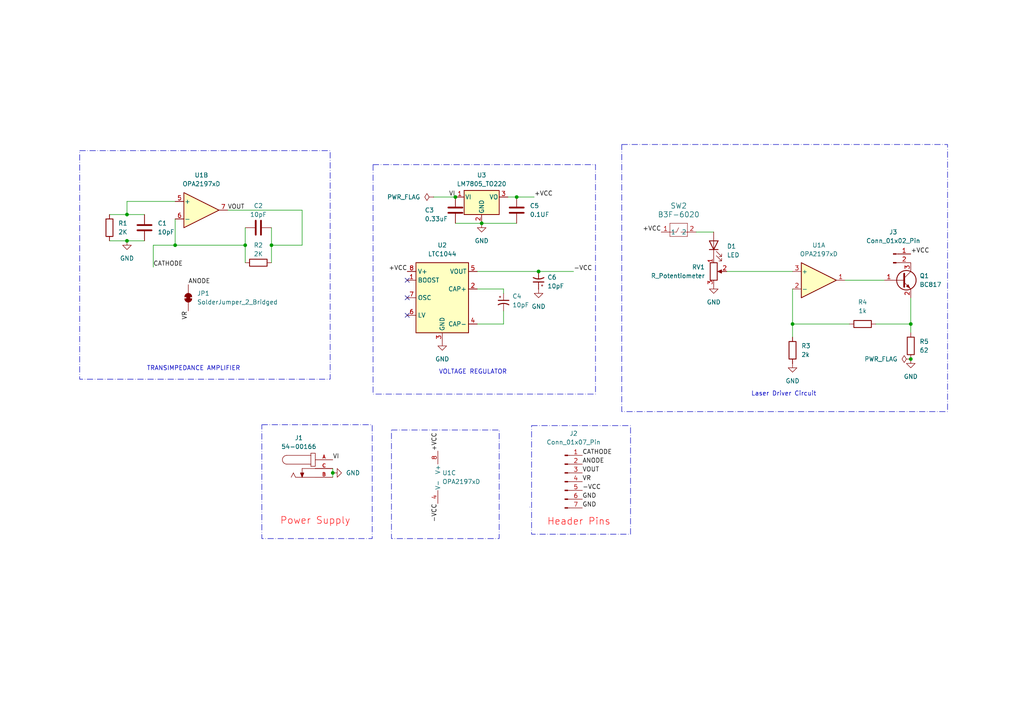
<source format=kicad_sch>
(kicad_sch (version 20250114) (generator "eeschema") (generator_version "9.0")
  (paper "A4")
  (title_block (title "Combined LASER driver and TIA circuit") (date "2025-10-28") (rev "1") (company "CQuICC, IIT Madras") (comment 1 "Designed by Megha and Rizo"))
  (lib_symbols
    (symbol "54-00166:54-00166" (pin_names (offset 1.016))
      (property "Reference" "J" (at -7.62 5.08 0))
      (property "Value" "54-00166" (at -7.62 -5.08 0))
      (symbol "54-00166_0_0"
        (polyline (pts (xy -8.255 3.81) (xy -1.27 3.81)) (stroke (width 0.1524)))
        (arc (start -8.255 1.27) (mid -9.5194 2.54) (end -8.255 3.81) (stroke (width 0.1524)))
        (polyline (pts (xy -6.35 -1.27) (xy -6.985 -2.54)) (stroke (width 0.1524)))
        (polyline (pts (xy -5.715 -2.54) (xy -6.35 -1.27)) (stroke (width 0.1524)))
        (polyline (pts (xy -3.81 0) (xy -3.81 -2.54)) (stroke (width 0.1524)))
        (polyline (pts (xy -3.81 -2.54) (xy -4.318 -1.27) (xy -3.302 -1.27) (xy -3.81 -2.54)) (stroke (width 0.1524)) (fill (type outline)))
        (polyline (pts (xy -1.27 4.445) (xy -1.27 3.81)) (stroke (width 0.1524)))
        (polyline (pts (xy -1.27 3.81) (xy -1.27 1.27)) (stroke (width 0.1524)))
        (polyline (pts (xy -1.27 1.27) (xy -8.255 1.27)) (stroke (width 0.1524)))
        (polyline (pts (xy -1.27 1.27) (xy -1.27 0.635)) (stroke (width 0.1524)))
        (polyline (pts (xy -1.27 0.635) (xy 0 0.635)) (stroke (width 0.1524)))
        (polyline (pts (xy 0 4.445) (xy -1.27 4.445)) (stroke (width 0.1524)))
        (polyline (pts (xy 0 0.635) (xy 0 4.445)) (stroke (width 0.1524)))
        (polyline (pts (xy 0 0) (xy -3.81 0)) (stroke (width 0.1524)))
        (polyline (pts (xy 0 -2.54) (xy -5.715 -2.54)) (stroke (width 0.1524)))
        (pin passive line (at 5.08 2.54 180) (length 5.08) (name "~") (number "A"))
        (pin passive line (at 5.08 0 180) (length 5.08) (name "~") (number "C"))
        (pin passive line (at 5.08 -2.54 180) (length 5.08) (name "~") (number "B"))
      )
    )
    (symbol "Amplifier_Operational:OPA2197xD" (pin_names (offset 0.127))
      (property "Reference" "U" (at 2.54 6.35 0))
      (property "Value" "OPA2197xD" (at 2.54 3.81 0))
      (symbol "OPA2197xD_1_1"
        (polyline (pts (xy 5.08 0) (xy -5.08 5.08) (xy -5.08 -5.08) (xy 5.08 0)) (stroke (width 0.254)) (fill (type background)))
        (pin input line (at -7.62 2.54 0) (length 2.54) (name "+") (number "3"))
        (pin input line (at -7.62 -2.54 0) (length 2.54) (name "-") (number "2"))
        (pin output line (at 7.62 0 180) (length 2.54) (name "~") (number "1"))
      )
      (symbol "OPA2197xD_2_1"
        (polyline (pts (xy 5.08 0) (xy -5.08 5.08) (xy -5.08 -5.08) (xy 5.08 0)) (stroke (width 0.254)) (fill (type background)))
        (pin input line (at -7.62 2.54 0) (length 2.54) (name "+") (number "5"))
        (pin input line (at -7.62 -2.54 0) (length 2.54) (name "-") (number "6"))
        (pin output line (at 7.62 0 180) (length 2.54) (name "~") (number "7"))
      )
      (symbol "OPA2197xD_3_1"
        (pin power_in line (at 0 7.62 270) (length 3.81) (name "V+") (number "8"))
        (pin power_in line (at 0 -7.62 90) (length 3.81) (name "V-") (number "4"))
      )
    )
    (symbol "B3F-6020_1" (pin_names (offset 0.254))
      (property "Reference" "SW2" (at 10.16 11.43 0))
      (property "Value" "B3F-6020" (at 10.16 8.89 0))
      (symbol "B3F-6020_1_0_1"
        (polyline (pts (xy 7.62 6.35) (xy 7.62 2.54)) (stroke (width 0.127)))
        (polyline (pts (xy 7.62 2.54) (xy 12.7 2.54)) (stroke (width 0.127)))
        (polyline (pts (xy 9.525 3.81) (xy 7.62 3.81)) (stroke (width 0.127)))
        (polyline (pts (xy 9.525 3.81) (xy 10.16 5.08)) (stroke (width 0.127)))
        (polyline (pts (xy 10.795 3.81) (xy 12.7 3.81)) (stroke (width 0.127)))
        (polyline (pts (xy 12.7 6.35) (xy 7.62 6.35)) (stroke (width 0.127)))
        (polyline (pts (xy 12.7 2.54) (xy 12.7 6.35)) (stroke (width 0.127)))
      )
      (symbol "B3F-6020_1_1_1"
        (pin passive line (at 5.08 3.81 0) (length 2.54) (name "1") (number "1"))
        (pin passive line (at 15.24 3.81 180) (length 2.54) (name "2") (number "2"))
      )
    )
    (symbol "Connector:Conn_01x02_Pin" (pin_names (offset 1.016) (hide yes))
      (property "Reference" "J" (at 0 2.54 0))
      (property "Value" "Conn_01x02_Pin" (at 0 -5.08 0))
      (symbol "Conn_01x02_Pin_1_1"
        (rectangle (start 0.8636 0.127) (end 0 -0.127) (stroke (width 0.1524)) (fill (type outline)))
        (rectangle (start 0.8636 -2.413) (end 0 -2.667) (stroke (width 0.1524)) (fill (type outline)))
        (polyline (pts (xy 1.27 0) (xy 0.8636 0)) (stroke (width 0.1524)))
        (polyline (pts (xy 1.27 -2.54) (xy 0.8636 -2.54)) (stroke (width 0.1524)))
        (pin passive line (at 5.08 0 180) (length 3.81) (name "Pin_1") (number "1"))
        (pin passive line (at 5.08 -2.54 180) (length 3.81) (name "Pin_2") (number "2"))
      )
    )
    (symbol "Connector:Conn_01x07_Pin" (pin_names (offset 1.016) (hide yes))
      (property "Reference" "J" (at 0 10.16 0))
      (property "Value" "Conn_01x07_Pin" (at 0 -10.16 0))
      (symbol "Conn_01x07_Pin_1_1"
        (rectangle (start 0.8636 7.747) (end 0 7.493) (stroke (width 0.1524)) (fill (type outline)))
        (rectangle (start 0.8636 5.207) (end 0 4.953) (stroke (width 0.1524)) (fill (type outline)))
        (rectangle (start 0.8636 2.667) (end 0 2.413) (stroke (width 0.1524)) (fill (type outline)))
        (rectangle (start 0.8636 0.127) (end 0 -0.127) (stroke (width 0.1524)) (fill (type outline)))
        (rectangle (start 0.8636 -2.413) (end 0 -2.667) (stroke (width 0.1524)) (fill (type outline)))
        (rectangle (start 0.8636 -4.953) (end 0 -5.207) (stroke (width 0.1524)) (fill (type outline)))
        (rectangle (start 0.8636 -7.493) (end 0 -7.747) (stroke (width 0.1524)) (fill (type outline)))
        (polyline (pts (xy 1.27 7.62) (xy 0.8636 7.62)) (stroke (width 0.1524)))
        (polyline (pts (xy 1.27 5.08) (xy 0.8636 5.08)) (stroke (width 0.1524)))
        (polyline (pts (xy 1.27 2.54) (xy 0.8636 2.54)) (stroke (width 0.1524)))
        (polyline (pts (xy 1.27 0) (xy 0.8636 0)) (stroke (width 0.1524)))
        (polyline (pts (xy 1.27 -2.54) (xy 0.8636 -2.54)) (stroke (width 0.1524)))
        (polyline (pts (xy 1.27 -5.08) (xy 0.8636 -5.08)) (stroke (width 0.1524)))
        (polyline (pts (xy 1.27 -7.62) (xy 0.8636 -7.62)) (stroke (width 0.1524)))
        (pin passive line (at 5.08 7.62 180) (length 3.81) (name "Pin_1") (number "1"))
        (pin passive line (at 5.08 5.08 180) (length 3.81) (name "Pin_2") (number "2"))
        (pin passive line (at 5.08 2.54 180) (length 3.81) (name "Pin_3") (number "3"))
        (pin passive line (at 5.08 0 180) (length 3.81) (name "Pin_4") (number "4"))
        (pin passive line (at 5.08 -2.54 180) (length 3.81) (name "Pin_5") (number "5"))
        (pin passive line (at 5.08 -5.08 180) (length 3.81) (name "Pin_6") (number "6"))
        (pin passive line (at 5.08 -7.62 180) (length 3.81) (name "Pin_7") (number "7"))
      )
    )
    (symbol "Device:C" (pin_numbers (hide yes)) (pin_names (offset 0.254))
      (property "Reference" "C" (at 0.635 2.54 0))
      (property "Value" "C" (at 0.635 -2.54 0))
      (symbol "C_0_1"
        (polyline (pts (xy -2.032 0.762) (xy 2.032 0.762)) (stroke (width 0.508)))
        (polyline (pts (xy -2.032 -0.762) (xy 2.032 -0.762)) (stroke (width 0.508)))
      )
      (symbol "C_1_1"
        (pin passive line (at 0 3.81 270) (length 2.794) (name "~") (number "1"))
        (pin passive line (at 0 -3.81 90) (length 2.794) (name "~") (number "2"))
      )
    )
    (symbol "Device:C_Polarized_Small_US" (pin_numbers (hide yes)) (pin_names (offset 0.254) (hide yes))
      (property "Reference" "C" (at 0.254 1.778 0))
      (property "Value" "C_Polarized_Small_US" (at 0.254 -2.032 0))
      (symbol "C_Polarized_Small_US_0_1"
        (polyline (pts (xy -1.524 0.508) (xy 1.524 0.508)) (stroke (width 0.3048)))
        (polyline (pts (xy -1.27 1.524) (xy -0.762 1.524)))
        (polyline (pts (xy -1.016 1.27) (xy -1.016 1.778)))
        (arc (start -1.524 -0.762) (mid 0 -0.3734) (end 1.524 -0.762) (stroke (width 0.3048)))
      )
      (symbol "C_Polarized_Small_US_1_1"
        (pin passive line (at 0 2.54 270) (length 2.032) (name "~") (number "1"))
        (pin passive line (at 0 -2.54 90) (length 2.032) (name "~") (number "2"))
      )
    )
    (symbol "Device:LED" (pin_numbers (hide yes)) (pin_names (offset 1.016) (hide yes))
      (property "Reference" "D" (at 0 2.54 0))
      (property "Value" "LED" (at 0 -2.54 0))
      (symbol "LED_0_1"
        (polyline (pts (xy -3.048 -0.762) (xy -4.572 -2.286) (xy -3.81 -2.286) (xy -4.572 -2.286) (xy -4.572 -1.524)))
        (polyline (pts (xy -1.778 -0.762) (xy -3.302 -2.286) (xy -2.54 -2.286) (xy -3.302 -2.286) (xy -3.302 -1.524)))
        (polyline (pts (xy -1.27 0) (xy 1.27 0)))
        (polyline (pts (xy -1.27 -1.27) (xy -1.27 1.27)) (stroke (width 0.254)))
        (polyline (pts (xy 1.27 -1.27) (xy 1.27 1.27) (xy -1.27 0) (xy 1.27 -1.27)) (stroke (width 0.254)))
      )
      (symbol "LED_1_1"
        (pin passive line (at -3.81 0 0) (length 2.54) (name "K") (number "1"))
        (pin passive line (at 3.81 0 180) (length 2.54) (name "A") (number "2"))
      )
    )
    (symbol "Device:R" (pin_numbers (hide yes)) (pin_names (offset 0))
      (property "Reference" "R" (at 2.032 0 90))
      (property "Value" "R" (at 0 0 90))
      (symbol "R_0_1"
        (rectangle (start -1.016 -2.54) (end 1.016 2.54) (stroke (width 0.254)))
      )
      (symbol "R_1_1"
        (pin passive line (at 0 3.81 270) (length 1.27) (name "~") (number "1"))
        (pin passive line (at 0 -3.81 90) (length 1.27) (name "~") (number "2"))
      )
    )
    (symbol "Device:R_Potentiometer" (pin_names (offset 1.016) (hide yes))
      (property "Reference" "RV" (at -4.445 0 90))
      (property "Value" "R_Potentiometer" (at -2.54 0 90))
      (symbol "R_Potentiometer_0_1"
        (rectangle (start 1.016 2.54) (end -1.016 -2.54) (stroke (width 0.254)))
        (polyline (pts (xy 1.143 0) (xy 2.286 0.508) (xy 2.286 -0.508) (xy 1.143 0)) (fill (type outline)))
        (polyline (pts (xy 2.54 0) (xy 1.524 0)))
      )
      (symbol "R_Potentiometer_1_1"
        (pin passive line (at 0 3.81 270) (length 1.27) (name "1") (number "1"))
        (pin passive line (at 0 -3.81 90) (length 1.27) (name "3") (number "3"))
        (pin passive line (at 3.81 0 180) (length 1.27) (name "2") (number "2"))
      )
    )
    (symbol "Jumper:SolderJumper_2_Bridged" (pin_numbers (hide yes)) (pin_names (offset 0) (hide yes)) (in_bom no)
      (property "Reference" "JP" (at 0 2.032 0))
      (property "Value" "SolderJumper_2_Bridged" (at 0 -2.54 0))
      (symbol "SolderJumper_2_Bridged_0_1"
        (rectangle (start -0.508 0.508) (end 0.508 -0.508) (fill (type outline)))
        (polyline (pts (xy -0.254 1.016) (xy -0.254 -1.016)))
        (arc (start -0.254 -1.016) (mid -1.2656 0) (end -0.254 1.016))
        (arc (start -0.254 -1.016) (mid -1.2656 0) (end -0.254 1.016) (fill (type outline)))
        (arc (start 0.254 1.016) (mid 1.2656 0) (end 0.254 -1.016))
        (arc (start 0.254 1.016) (mid 1.2656 0) (end 0.254 -1.016) (fill (type outline)))
        (polyline (pts (xy 0.254 1.016) (xy 0.254 -1.016)))
      )
      (symbol "SolderJumper_2_Bridged_1_1"
        (pin passive line (at -3.81 0 0) (length 2.54) (name "A") (number "1"))
        (pin passive line (at 3.81 0 180) (length 2.54) (name "B") (number "2"))
      )
    )
    (symbol "Regulator_Linear:LM7805_TO220" (pin_names (offset 0.254))
      (property "Reference" "U" (at -3.81 3.175 0))
      (property "Value" "LM7805_TO220" (at 0 3.175 0))
      (symbol "LM7805_TO220_0_1"
        (rectangle (start -5.08 1.905) (end 5.08 -5.08) (stroke (width 0.254)) (fill (type background)))
      )
      (symbol "LM7805_TO220_1_1"
        (pin power_in line (at -7.62 0 0) (length 2.54) (name "VI") (number "1"))
        (pin power_in line (at 0 -7.62 90) (length 2.54) (name "GND") (number "2"))
        (pin power_out line (at 7.62 0 180) (length 2.54) (name "VO") (number "3"))
      )
    )
    (symbol "Regulator_SwitchedCapacitor:LTC1044"
      (property "Reference" "U" (at -6.35 11.43 0))
      (property "Value" "LTC1044" (at 3.81 11.43 0))
      (symbol "LTC1044_0_1"
        (rectangle (start -7.62 10.16) (end 7.62 -10.16) (stroke (width 0.254)) (fill (type background)))
      )
      (symbol "LTC1044_1_1"
        (pin power_in line (at -10.16 7.62 0) (length 2.54) (name "V+") (number "8"))
        (pin input line (at -10.16 5.08 0) (length 2.54) (name "BOOST") (number "1"))
        (pin input line (at -10.16 0 0) (length 2.54) (name "OSC") (number "7"))
        (pin input line (at -10.16 -5.08 0) (length 2.54) (name "LV") (number "6"))
        (pin power_in line (at 0 -12.7 90) (length 2.54) (name "GND") (number "3"))
        (pin power_out line (at 10.16 7.62 180) (length 2.54) (name "VOUT") (number "5"))
        (pin input line (at 10.16 2.54 180) (length 2.54) (name "CAP+") (number "2"))
        (pin input line (at 10.16 -7.62 180) (length 2.54) (name "CAP-") (number "4"))
      )
    )
    (symbol "potentiometer:BC817" (pin_names (offset 0) (hide yes))
      (property "Reference" "Q" (at 5.08 1.905 0))
      (property "Value" "BC817" (at 5.08 0 0))
      (symbol "BC817_0_1"
        (polyline (pts (xy -2.54 0) (xy 0.635 0)))
        (polyline (pts (xy 0.635 1.905) (xy 0.635 -1.905)) (stroke (width 0.508)))
        (circle (center 1.27 0) (radius 2.8194) (stroke (width 0.254)))
      )
      (symbol "BC817_1_1"
        (polyline (pts (xy 0.635 0.635) (xy 2.54 2.54)))
        (polyline (pts (xy 0.635 -0.635) (xy 2.54 -2.54)))
        (polyline (pts (xy 1.27 -1.778) (xy 1.778 -1.27) (xy 2.286 -2.286) (xy 1.27 -1.778)) (fill (type outline)))
        (pin input line (at -5.08 0 0) (length 2.54) (name "B") (number "1"))
        (pin passive line (at 2.54 5.08 270) (length 2.54) (name "C") (number "3"))
        (pin passive line (at 2.54 -5.08 90) (length 2.54) (name "E") (number "2"))
      )
    )
    (symbol "potentiometer:GND" (power) (pin_numbers (hide yes)) (pin_names (offset 0) (hide yes))
      (property "Value" "GND" (at 0 -3.81 0))
      (symbol "GND_0_1"
        (polyline (pts (xy 0 0) (xy 0 -1.27) (xy 1.27 -1.27) (xy 0 -2.54) (xy -1.27 -1.27) (xy 0 -1.27)))
      )
      (symbol "GND_1_1"
        (pin power_in line (at 0 0 270) (length 0) (name "~") (number "1"))
      )
    )
    (symbol "potentiometer:PWR_FLAG" (power) (pin_numbers (hide yes)) (pin_names (offset 0) (hide yes))
      (property "Value" "PWR_FLAG" (at 0 3.81 0))
      (symbol "PWR_FLAG_0_0"
        (pin power_out line (at 0 0 90) (length 0) (name "~") (number "1"))
      )
      (symbol "PWR_FLAG_0_1"
        (polyline (pts (xy 0 0) (xy 0 1.27) (xy -1.016 1.905) (xy 0 2.54) (xy 1.016 1.905) (xy 0 1.27)))
      )
    )
    (symbol "potentiometer:R" (pin_numbers (hide yes)) (pin_names (offset 0))
      (property "Reference" "R" (at 2.032 0 90))
      (property "Value" "R" (at 0 0 90))
      (symbol "R_0_1"
        (rectangle (start -1.016 -2.54) (end 1.016 2.54) (stroke (width 0.254)))
      )
      (symbol "R_1_1"
        (pin passive line (at 0 3.81 270) (length 1.27) (name "~") (number "1"))
        (pin passive line (at 0 -3.81 90) (length 1.27) (name "~") (number "2"))
      )
    )
  )
  (rectangle (start 153.67 147.066) (end 153.67 147.066) (stroke (width 0) (type dash_dot)))
  (rectangle (start 108.204 47.752) (end 172.72 114.3) (stroke (width 0) (type dash_dot)))
  (rectangle (start 154.178 123.444) (end 182.88 154.94) (stroke (width 0) (type dash_dot)))
  (rectangle (start 75.946 123.19) (end 107.95 156.21) (stroke (width 0) (type dash_dot)))
  (rectangle (start 113.538 124.714) (end 144.78 156.21) (stroke (width 0) (type dash_dot)))
  (rectangle (start 23.114 43.688) (end 95.758 109.982) (stroke (width 0) (type dash_dot)))
  (rectangle (start 180.34 41.91) (end 274.828 119.38) (stroke (width 0) (type dash_dot)))
  (text "VOLTAGE REGULATOR\n" (at 137.16 107.95 0) (effects (font (size 1.27 1.27))))
  (text "Laser Driver Circuit" (at 227.33 114.3 0) (effects (font (size 1.27 1.27))))
  (text "Power Supply" (at 91.44 151.13 0) (effects (font (size 2 2))))
  (text "Header Pins\n" (at 167.894 151.384 0) (effects (font (size 2 2))))
  (text "TRANSIMPEDANCE AMPLIFIER" (at 56.134 106.934 0) (effects (font (size 1.27 1.27))))
  (junction (at 36.83 62.23))
  (junction (at 139.7 64.77))
  (junction (at 264.16 93.98))
  (junction (at 156.21 78.74))
  (junction (at 132.08 57.15))
  (junction (at 96.52 137.16))
  (junction (at 36.83 69.85))
  (junction (at 78.74 71.12))
  (junction (at 50.8 71.12))
  (junction (at 229.87 93.98))
  (junction (at 149.86 57.15))
  (junction (at 264.16 104.14))
  (junction (at 71.12 71.12))
  (no_connect (at 118.11 86.36))
  (no_connect (at 118.11 91.44))
  (no_connect (at 118.11 81.28))
  (wire (pts (xy 149.86 57.15) (xy 154.94 57.15)))
  (wire (pts (xy 229.87 93.98) (xy 246.38 93.98)))
  (wire (pts (xy 201.93 67.31) (xy 207.01 67.31)))
  (wire (pts (xy 146.05 83.82) (xy 146.05 85.09)))
  (wire (pts (xy 31.75 62.23) (xy 36.83 62.23)))
  (wire (pts (xy 44.45 71.12) (xy 44.45 77.47)))
  (wire (pts (xy 36.83 58.42) (xy 36.83 62.23)))
  (wire (pts (xy 138.43 83.82) (xy 146.05 83.82)))
  (wire (pts (xy 87.63 60.96) (xy 87.63 71.12)))
  (wire (pts (xy 78.74 71.12) (xy 78.74 76.2)))
  (wire (pts (xy 156.21 78.74) (xy 166.37 78.74)))
  (wire (pts (xy 36.83 58.42) (xy 50.8 58.42)))
  (wire (pts (xy 146.05 90.17) (xy 146.05 93.98)))
  (wire (pts (xy 36.83 69.85) (xy 41.91 69.85)))
  (wire (pts (xy 96.52 135.89) (xy 96.52 137.16)))
  (wire (pts (xy 50.8 71.12) (xy 71.12 71.12)))
  (wire (pts (xy 147.32 57.15) (xy 149.86 57.15)))
  (wire (pts (xy 132.08 64.77) (xy 139.7 64.77)))
  (wire (pts (xy 264.16 93.98) (xy 264.16 96.52)))
  (wire (pts (xy 50.8 63.5) (xy 50.8 71.12)))
  (wire (pts (xy 66.04 60.96) (xy 87.63 60.96)))
  (wire (pts (xy 229.87 93.98) (xy 229.87 97.79)))
  (wire (pts (xy 31.75 69.85) (xy 36.83 69.85)))
  (wire (pts (xy 36.83 62.23) (xy 41.91 62.23)))
  (wire (pts (xy 78.74 71.12) (xy 87.63 71.12)))
  (wire (pts (xy 139.7 64.77) (xy 149.86 64.77)))
  (wire (pts (xy 138.43 93.98) (xy 146.05 93.98)))
  (wire (pts (xy 125.73 57.15) (xy 132.08 57.15)))
  (wire (pts (xy 71.12 66.04) (xy 71.12 71.12)))
  (wire (pts (xy 245.11 81.28) (xy 256.54 81.28)))
  (wire (pts (xy 264.16 86.36) (xy 264.16 93.98)))
  (wire (pts (xy 96.52 137.16) (xy 96.52 138.43)))
  (wire (pts (xy 71.12 71.12) (xy 71.12 76.2)))
  (wire (pts (xy 44.45 71.12) (xy 50.8 71.12)))
  (wire (pts (xy 254 93.98) (xy 264.16 93.98)))
  (wire (pts (xy 78.74 66.04) (xy 78.74 71.12)))
  (wire (pts (xy 138.43 78.74) (xy 156.21 78.74)))
  (wire (pts (xy 210.82 78.74) (xy 229.87 78.74)))
  (wire (pts (xy 229.87 83.82) (xy 229.87 93.98)))
  (label "-VCC" (at 127 146.05 270))
  (label "CATHODE" (at 168.91 132.08 0))
  (label "ANODE" (at 168.91 134.62 0))
  (label "GND" (at 168.91 144.78 0))
  (label "+VCC" (at 127 130.81 90))
  (label "ANODE" (at 54.61 82.55 0))
  (label "-VCC" (at 166.37 78.74 0))
  (label "VR" (at 168.91 139.7 0))
  (label "-VCC" (at 168.91 142.24 0))
  (label "VR" (at 54.61 90.17 270))
  (label "+VCC" (at 264.16 73.66 0))
  (label "VI" (at 132.08 57.15 180))
  (label "CATHODE" (at 44.45 77.47 0))
  (label "VOUT" (at 66.04 60.96 0))
  (label "+VCC" (at 191.77 67.31 180))
  (label "VOUT" (at 168.91 137.16 0))
  (label "VI" (at 96.52 133.35 0))
  (label "+VCC" (at 118.11 78.74 180))
  (label "+VCC" (at 154.94 57.15 0))
  (label "GND" (at 168.91 147.32 0))
  (symbol (lib_id "potentiometer:GND") (at 128.27 99.06 0) (unit 1)
    (property "Reference" "#PWR03" (effects (hide yes)))
    (property "Value" "GND" (at 128.27 104.14 0))
    (property "Description" "Power symbol creates a global label with name \"GND\" , ground" (effects (hide yes)))
  )
  (symbol (lib_id "Connector:Conn_01x07_Pin") (at 163.83 139.7 0) (unit 1)
    (property "Reference" "J2" (at 166.37 125.73 0))
    (property "Value" "Conn_01x07_Pin" (at 166.37 128.27 0))
    (property "Footprint" "Connector_PinHeader_2.54mm:PinHeader_1x07_P2.54mm_Vertical" (effects (hide yes)))
    (property "Description" "Generic connector, single row, 01x07, script generated" (effects (hide yes)))
  )
  (symbol (lib_id "Device:R") (at 264.16 100.33 0) (unit 1)
    (property "Reference" "R5" (at 266.7 99.0599 0) (effects (justify left)))
    (property "Value" "62" (at 266.7 101.5999 0) (effects (justify left)))
    (property "Footprint" "FOOTPRINTS:RES_MRS25_VIS" (effects (hide yes)))
    (property "Description" "Resistor" (effects (hide yes)))
  )
  (symbol (lib_id "Jumper:SolderJumper_2_Bridged") (at 54.61 86.36 90) (unit 1) (in_bom no)
    (property "Reference" "JP1" (at 57.15 85.0899 90) (effects (justify right)))
    (property "Value" "SolderJumper_2_Bridged" (at 57.15 87.6299 90) (effects (justify right)))
    (property "Footprint" "Jumper:SolderJumper-2_P1.3mm_Bridged2Bar_Pad1.0x1.5mm" (effects (hide yes)))
    (property "Description" "Solder Jumper, 2-pole, closed/bridged" (effects (hide yes)))
  )
  (symbol (lib_id "Device:C") (at 41.91 66.04 0) (unit 1)
    (property "Reference" "C1" (at 45.72 64.7699 0) (effects (justify left)))
    (property "Value" "10pF" (at 45.72 67.3099 0) (effects (justify left)))
    (property "Footprint" "FOOTPRINTS:CAPRB250W50L400T250H550" (effects (hide yes)))
    (property "Description" "Unpolarized capacitor" (effects (hide yes)))
  )
  (symbol (lib_id "Device:C") (at 74.93 66.04 90) (unit 1)
    (property "Reference" "C2" (at 74.93 59.69 90))
    (property "Value" "10pF" (at 74.93 62.23 90))
    (property "Footprint" "FOOTPRINTS:CAPRB250W50L400T250H550" (effects (hide yes)))
    (property "Description" "Unpolarized capacitor" (effects (hide yes)))
  )
  (symbol (lib_id "Device:R") (at 74.93 76.2 90) (unit 1)
    (property "Reference" "R2" (at 74.93 71.12 90))
    (property "Value" "2K" (at 74.93 73.66 90))
    (property "Footprint" "Resistor_THT:R_Axial_DIN0207_L6.3mm_D2.5mm_P7.62mm_Horizontal" (effects (hide yes)))
    (property "Description" "Resistor" (effects (hide yes)))
  )
  (symbol (lib_id "Device:C") (at 132.08 60.96 0) (unit 1)
    (property "Reference" "C3" (at 123.19 60.96 0) (effects (justify left)))
    (property "Value" "0.33uF" (at 123.19 63.5 0) (effects (justify left)))
    (property "Footprint" "FOOTPRINTS:CAP_UEP_5X11_NCH" (effects (hide yes)))
    (property "Description" "Unpolarized capacitor" (effects (hide yes)))
  )
  (symbol (lib_id "potentiometer:BC817") (at 261.62 81.28 0) (unit 1)
    (property "Reference" "Q1" (at 266.7 80.0099 0) (effects (justify left)))
    (property "Value" "BC817" (at 266.7 82.5499 0) (effects (justify left)))
    (property "Footprint" "Package_TO_SOT_SMD:SOT-23" (effects (hide yes)))
    (property "Datasheet" "https://www.onsemi.com/pub/Collateral/BC818-D.pdf" (effects (hide yes)))
    (property "Description" "0.8A Ic, 45V Vce, NPN Transistor, SOT-23" (effects (hide yes)))
  )
  (symbol (lib_id "Device:C_Polarized_Small_US") (at 146.05 87.63 0) (unit 1)
    (property "Reference" "C4" (at 148.59 85.9281 0) (effects (justify left)))
    (property "Value" "10pF" (at 148.59 88.4681 0) (effects (justify left)))
    (property "Footprint" "FOOTPRINTS:CAPRB250W50L400T250H550" (effects (hide yes)))
    (property "Description" "Polarized capacitor, small US symbol" (effects (hide yes)))
  )
  (symbol (lib_id "Connector:Conn_01x02_Pin") (at 259.08 73.66 0) (unit 1)
    (property "Reference" "J3" (at 259.08 67.31 0))
    (property "Value" "Conn_01x02_Pin" (at 259.08 69.85 0))
    (property "Footprint" "Connector_PinHeader_2.54mm:PinHeader_1x02_P2.54mm_Vertical" (effects (hide yes)))
    (property "Description" "Generic connector, single row, 01x02, script generated" (effects (hide yes)))
  )
  (symbol (lib_id "potentiometer:GND") (at 207.01 82.55 0) (unit 1)
    (property "Reference" "#PWR06" (effects (hide yes)))
    (property "Value" "GND" (at 207.01 87.63 0))
    (property "Description" "Power symbol creates a global label with name \"GND\" , ground" (effects (hide yes)))
  )
  (symbol (lib_id "potentiometer:PWR_FLAG") (at 125.73 57.15 90) (unit 1)
    (property "Reference" "#FLG01" (effects (hide yes)))
    (property "Value" "PWR_FLAG" (at 121.92 57.1499 90) (effects (justify left)))
    (property "Description" "Special symbol for telling ERC where power comes from" (effects (hide yes)))
  )
  (symbol (lib_id "Device:LED") (at 207.01 71.12 90) (unit 1)
    (property "Reference" "D1" (at 210.82 71.4374 90) (effects (justify right)))
    (property "Value" "LED" (at 210.82 73.9774 90) (effects (justify right)))
    (property "Footprint" "LED_THT:LED_D2.0mm_W4.8mm_H2.5mm_FlatTop" (effects (hide yes)))
    (property "Description" "Light emitting diode" (effects (hide yes)))
    (property "Sim.Pins" "1=K 2=A" (effects (hide yes)))
  )
  (symbol (lib_id "Device:C_Polarized_Small_US") (at 156.21 81.28 180) (unit 1)
    (property "Reference" "C6" (at 158.75 80.4417 0) (effects (justify right)))
    (property "Value" "10pF" (at 158.75 82.9817 0) (effects (justify right)))
    (property "Footprint" "FOOTPRINTS:CAPRB250W50L400T250H550" (effects (hide yes)))
    (property "Description" "Polarized capacitor, small US symbol" (effects (hide yes)))
  )
  (symbol (lib_name "B3F-6020_1") (lib_id "B3F_6020_tact_sw:B3F-6020") (at 186.69 71.12 0) (unit 1)
    (property "Reference" "SW2" (at 196.85 59.69 0) (effects (font (size 1.524 1.524))))
    (property "Value" "B3F-6020" (at 196.85 62.23 0) (effects (font (size 1.524 1.524))))
    (property "Footprint" "SW_B3F-6020_OMR" (effects (hide yes)))
    (property "Datasheet" "B3F-6020" (effects (hide yes)))
  )
  (symbol (lib_id "Amplifier_Operational:OPA2197xD") (at 237.49 81.28 0) (unit 1)
    (property "Reference" "U1" (at 237.49 71.12 0))
    (property "Value" "OPA2197xD" (at 237.49 73.66 0))
    (property "Footprint" "Package_SO:SOIC-8_3.9x4.9mm_P1.27mm" (effects (hide yes)))
    (property "Datasheet" "http://www.ti.com/lit/ds/symlink/opa2197.pdf" (effects (hide yes)))
    (property "Description" "Dual 36V, Precision, Rail-to-Rail Input/Output, Low Offset Voltage, Operational Amplifier, SOIC-8" (effects (hide yes)))
  )
  (symbol (lib_id "potentiometer:GND") (at 139.7 64.77 0) (unit 1)
    (property "Reference" "#PWR04" (effects (hide yes)))
    (property "Value" "GND" (at 139.7 69.85 0))
    (property "Description" "Power symbol creates a global label with name \"GND\" , ground" (effects (hide yes)))
  )
  (symbol (lib_id "Amplifier_Operational:OPA2197xD") (at 127 138.43 0) (unit 3)
    (property "Reference" "U1" (at 128.27 137.1599 0) (effects (justify left)))
    (property "Value" "OPA2197xD" (at 128.27 139.6999 0) (effects (justify left)))
    (property "Footprint" "Package_SO:SOIC-8_3.9x4.9mm_P1.27mm" (effects (hide yes)))
    (property "Datasheet" "http://www.ti.com/lit/ds/symlink/opa2197.pdf" (effects (hide yes)))
    (property "Description" "Dual 36V, Precision, Rail-to-Rail Input/Output, Low Offset Voltage, Operational Amplifier, SOIC-8" (effects (hide yes)))
  )
  (symbol (lib_id "potentiometer:R") (at 31.75 66.04 0) (unit 1)
    (property "Reference" "R1" (at 34.29 64.7699 0) (effects (justify left)))
    (property "Value" "2K" (at 34.29 67.3099 0) (effects (justify left)))
    (property "Footprint" "Resistor_THT:R_Axial_DIN0207_L6.3mm_D2.5mm_P7.62mm_Horizontal" (effects (hide yes)))
    (property "Description" "Resistor" (effects (hide yes)))
  )
  (symbol (lib_id "potentiometer:GND") (at 156.21 83.82 0) (unit 1)
    (property "Reference" "#PWR05" (effects (hide yes)))
    (property "Value" "GND" (at 156.21 88.9 0))
    (property "Description" "Power symbol creates a global label with name \"GND\" , ground" (effects (hide yes)))
  )
  (symbol (lib_id "potentiometer:GND") (at 229.87 105.41 0) (unit 1)
    (property "Reference" "#PWR07" (effects (hide yes)))
    (property "Value" "GND" (at 229.87 110.49 0))
    (property "Description" "Power symbol creates a global label with name \"GND\" , ground" (effects (hide yes)))
  )
  (symbol (lib_id "Regulator_SwitchedCapacitor:LTC1044") (at 128.27 86.36 0) (unit 1)
    (property "Reference" "U2" (at 128.27 71.12 0))
    (property "Value" "LTC1044" (at 128.27 73.66 0))
    (property "Footprint" "FOOTPRINTS:PDIP-8_N_LIT" (effects (hide yes)))
    (property "Datasheet" "https://www.analog.com/media/en/technical-documentation/data-sheets/lt1044.pdf" (effects (hide yes)))
    (property "Description" "Switched Capacitor Voltage Converter, 1.5V to 9V supply operation, 200uA Max No Load Supply Current at 5V, DIP-8/TO-99" (effects (hide yes)))
  )
  (symbol (lib_id "Regulator_Linear:LM7805_TO220") (at 139.7 57.15 0) (unit 1)
    (property "Reference" "U3" (at 139.7 50.8 0))
    (property "Value" "LM7805_TO220" (at 139.7 53.34 0))
    (property "Footprint" "Package_TO_SOT_THT:TO-220-3_Vertical" (effects (hide yes)))
    (property "Datasheet" "https://www.onsemi.cn/PowerSolutions/document/MC7800-D.PDF" (effects (hide yes)))
    (property "Description" "Positive 1A 35V Linear Regulator, Fixed Output 5V, TO-220" (effects (hide yes)))
  )
  (symbol (lib_id "potentiometer:GND") (at 96.52 137.16 90) (unit 1)
    (property "Reference" "#PWR02" (effects (hide yes)))
    (property "Value" "GND" (at 100.33 137.1599 90) (effects (justify right)))
    (property "Description" "Power symbol creates a global label with name \"GND\" , ground" (effects (hide yes)))
  )
  (symbol (lib_id "Device:R_Potentiometer") (at 207.01 78.74 0) (unit 1)
    (property "Reference" "RV1" (at 204.47 77.4699 0) (effects (justify right)))
    (property "Value" "R_Potentiometer" (at 204.47 80.0099 0) (effects (justify right)))
    (property "Footprint" "FOOTPRINTS:potentiometer" (effects (hide yes)))
    (property "Description" "Potentiometer" (effects (hide yes)))
  )
  (symbol (lib_id "Device:C") (at 149.86 60.96 0) (unit 1)
    (property "Reference" "C5" (at 153.67 59.6899 0) (effects (justify left)))
    (property "Value" "0.1UF" (at 153.67 62.2299 0) (effects (justify left)))
    (property "Footprint" "FOOTPRINTS:CAP_UEP_5X11_NCH" (effects (hide yes)))
    (property "Description" "Unpolarized capacitor" (effects (hide yes)))
  )
  (symbol (lib_id "potentiometer:GND") (at 264.16 104.14 0) (unit 1)
    (property "Reference" "#PWR08" (effects (hide yes)))
    (property "Value" "GND" (at 264.16 109.22 0))
    (property "Description" "Power symbol creates a global label with name \"GND\" , ground" (effects (hide yes)))
  )
  (symbol (lib_id "54-00166:54-00166") (at 91.44 135.89 0) (unit 1)
    (property "Reference" "J1" (at 86.6803 127 0))
    (property "Value" "54-00166" (at 86.6803 129.54 0))
    (property "Footprint" "FOOTPRINTS:TENSILITY_54-00166" (effects (hide yes)))
    (property "MF" "Tensility International Corp" (effects (hide yes)))
    (property "MAXIMUM_PACKAGE_HEIGHT" "11.2mm" (effects (hide yes)))
    (property "Package" "None" (effects (hide yes)))
    (property "Price" "None" (effects (hide yes)))
    (property "Check_prices" "https://www.snapeda.com/parts/54-00166/Tensility/view-part/?ref=eda" (effects (hide yes)))
    (property "STANDARD" "Manufacturer Recommendations" (effects (hide yes)))
    (property "PARTREV" "A" (effects (hide yes)))
    (property "SnapEDA_Link" "https://www.snapeda.com/parts/54-00166/Tensility/view-part/?ref=snap" (effects (hide yes)))
    (property "MP" "54-00166" (effects (hide yes)))
    (property "Description_1" "Connector, dc jack 5.5x2.1 mm, PCB mount, 90 degrees, nickel plated, PBT, thru hole" (effects (hide yes)))
    (property "MANUFACTURER" "TENSILITY" (effects (hide yes)))
    (property "Availability" "In Stock" (effects (hide yes)))
    (property "SNAPEDA_PN" "54-00166" (effects (hide yes)))
  )
  (symbol (lib_id "potentiometer:GND") (at 36.83 69.85 0) (unit 1)
    (property "Reference" "#PWR01" (effects (hide yes)))
    (property "Value" "GND" (at 36.83 74.93 0))
    (property "Description" "Power symbol creates a global label with name \"GND\" , ground" (effects (hide yes)))
  )
  (symbol (lib_id "Device:R") (at 229.87 101.6 0) (unit 1)
    (property "Reference" "R3" (at 232.41 100.3299 0) (effects (justify left)))
    (property "Value" "2k" (at 232.41 102.8699 0) (effects (justify left)))
    (property "Footprint" "Resistor_THT:R_Axial_DIN0207_L6.3mm_D2.5mm_P7.62mm_Horizontal" (effects (hide yes)))
    (property "Description" "Resistor" (effects (hide yes)))
  )
  (symbol (lib_id "Device:R") (at 250.19 93.98 90) (unit 1)
    (property "Reference" "R4" (at 250.19 87.63 90))
    (property "Value" "1k" (at 250.19 90.17 90))
    (property "Footprint" "Resistor_THT:R_Axial_DIN0207_L6.3mm_D2.5mm_P7.62mm_Horizontal" (effects (hide yes)))
    (property "Description" "Resistor" (effects (hide yes)))
  )
  (symbol (lib_id "Amplifier_Operational:OPA2197xD") (at 58.42 60.96 0) (unit 2)
    (property "Reference" "U1" (at 58.42 50.8 0))
    (property "Value" "OPA2197xD" (at 58.42 53.34 0))
    (property "Footprint" "Package_SO:SOIC-8_3.9x4.9mm_P1.27mm" (effects (hide yes)))
    (property "Datasheet" "http://www.ti.com/lit/ds/symlink/opa2197.pdf" (effects (hide yes)))
    (property "Description" "Dual 36V, Precision, Rail-to-Rail Input/Output, Low Offset Voltage, Operational Amplifier, SOIC-8" (effects (hide yes)))
  )
  (symbol (lib_id "potentiometer:PWR_FLAG") (at 264.16 104.14 90) (unit 1)
    (property "Reference" "#FLG02" (effects (hide yes)))
    (property "Value" "PWR_FLAG" (at 260.35 104.1399 90) (effects (justify left)))
    (property "Description" "Special symbol for telling ERC where power comes from" (effects (hide yes)))
  )
)
</source>
